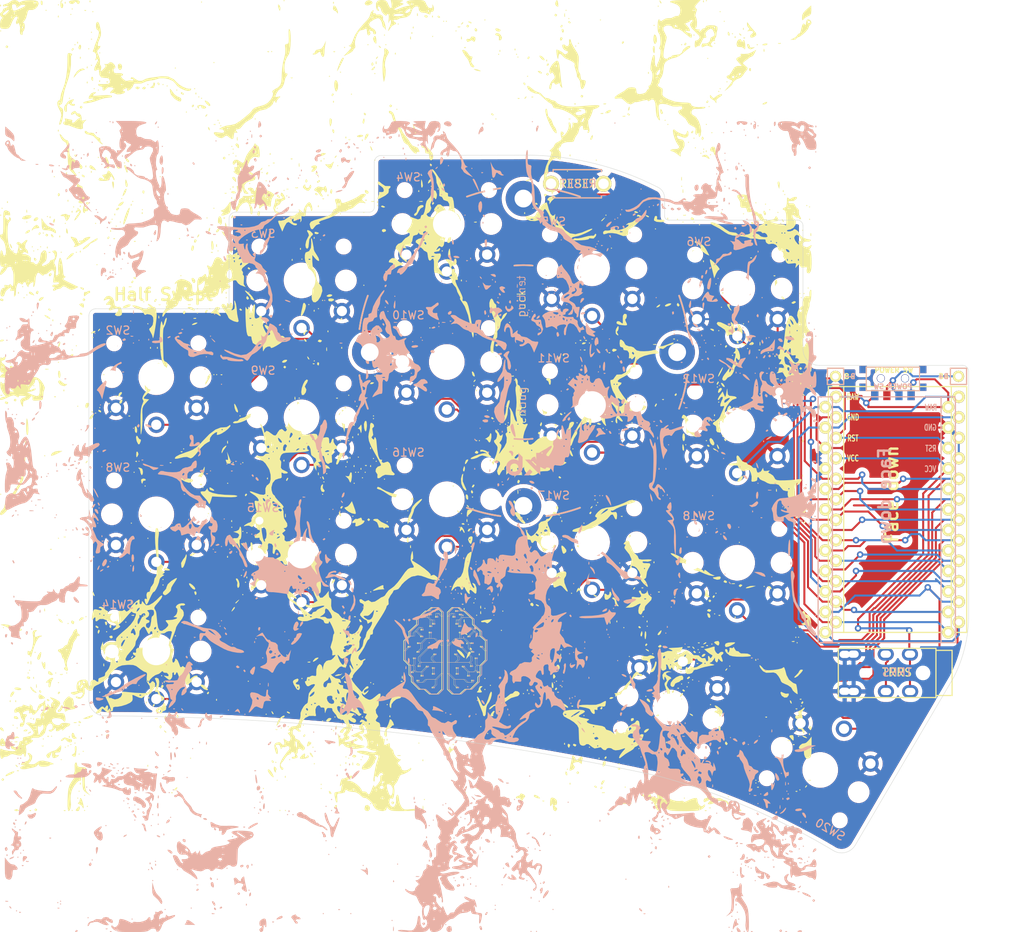
<source format=kicad_pcb>
(kicad_pcb (version 20211014) (generator pcbnew)

  (general
    (thickness 1.6)
  )

  (paper "A4")
  (layers
    (0 "F.Cu" signal)
    (31 "B.Cu" signal)
    (32 "B.Adhes" user "B.Adhesive")
    (33 "F.Adhes" user "F.Adhesive")
    (34 "B.Paste" user)
    (35 "F.Paste" user)
    (36 "B.SilkS" user "B.Silkscreen")
    (37 "F.SilkS" user "F.Silkscreen")
    (38 "B.Mask" user)
    (39 "F.Mask" user)
    (40 "Dwgs.User" user "User.Drawings")
    (41 "Cmts.User" user "User.Comments")
    (42 "Eco1.User" user "User.Eco1")
    (43 "Eco2.User" user "User.Eco2")
    (44 "Edge.Cuts" user)
    (45 "Margin" user)
    (46 "B.CrtYd" user "B.Courtyard")
    (47 "F.CrtYd" user "F.Courtyard")
    (48 "B.Fab" user)
    (49 "F.Fab" user)
  )

  (setup
    (pad_to_mask_clearance 0)
    (pcbplotparams
      (layerselection 0x00010fc_ffffffff)
      (disableapertmacros false)
      (usegerberextensions false)
      (usegerberattributes true)
      (usegerberadvancedattributes true)
      (creategerberjobfile true)
      (svguseinch false)
      (svgprecision 6)
      (excludeedgelayer true)
      (plotframeref false)
      (viasonmask false)
      (mode 1)
      (useauxorigin false)
      (hpglpennumber 1)
      (hpglpenspeed 20)
      (hpglpendiameter 15.000000)
      (dxfpolygonmode true)
      (dxfimperialunits true)
      (dxfusepcbnewfont true)
      (psnegative false)
      (psa4output false)
      (plotreference true)
      (plotvalue true)
      (plotinvisibletext false)
      (sketchpadsonfab false)
      (subtractmaskfromsilk false)
      (outputformat 1)
      (mirror false)
      (drillshape 0)
      (scaleselection 1)
      (outputdirectory "sweep2gerber")
    )
  )

  (net 0 "")
  (net 1 "gnd")
  (net 2 "vcc")
  (net 3 "Switch18")
  (net 4 "reset")
  (net 5 "Switch1")
  (net 6 "Switch2")
  (net 7 "Switch3")
  (net 8 "Switch4")
  (net 9 "Switch5")
  (net 10 "Switch6")
  (net 11 "Switch7")
  (net 12 "Switch8")
  (net 13 "Switch9")
  (net 14 "Switch10")
  (net 15 "Switch11")
  (net 16 "Switch12")
  (net 17 "Switch13")
  (net 18 "Switch14")
  (net 19 "Switch15")
  (net 20 "Switch16")
  (net 21 "Switch17")
  (net 22 "raw")
  (net 23 "BT+_r")
  (net 24 "Net-(SW_POWERR1-Pad1)")

  (footprint "kbd:1pin_conn" (layer "F.Cu") (at 126.492 45.974))

  (footprint "kbd:1pin_conn" (layer "F.Cu") (at 111.252 45.974))

  (footprint "Kailh:TRRS-PJ-DPB2" (layer "F.Cu") (at 123.698 82.75 -90))

  (footprint "kbd:ResetSW" (layer "F.Cu") (at 79.248 22.098))

  (footprint "Kailh:SW_PG1350_rev_DPB" (layer "F.Cu") (at 27.08 46.08))

  (footprint "Kailh:SW_PG1350_rev_DPB" (layer "F.Cu") (at 45.08 34.08))

  (footprint "Kailh:SW_PG1350_rev_DPB" (layer "F.Cu") (at 63.08 27.08))

  (footprint "Kailh:SW_PG1350_rev_DPB" (layer "F.Cu") (at 81.08 32.58))

  (footprint "Kailh:SW_PG1350_rev_DPB" (layer "F.Cu") (at 99.08 35.08))

  (footprint "Kailh:SW_PG1350_rev_DPB" (layer "F.Cu") (at 27.08 63.08))

  (footprint "Kailh:SW_PG1350_rev_DPB" (layer "F.Cu") (at 45.08 51.054))

  (footprint "Kailh:SW_PG1350_rev_DPB" (layer "F.Cu") (at 63.08 44.196))

  (footprint "Kailh:SW_PG1350_rev_DPB" (layer "F.Cu") (at 81.08 49.53))

  (footprint "Kailh:SW_PG1350_rev_DPB" (layer "F.Cu") (at 99.06 52.07))

  (footprint "Kailh:SW_PG1350_rev_DPB" (layer "F.Cu") (at 27.08 80.08))

  (footprint "Kailh:SW_PG1350_rev_DPB" (layer "F.Cu") (at 45.08 68.072))

  (footprint "Kailh:SW_PG1350_rev_DPB" (layer "F.Cu") (at 63.08 61.214))

  (footprint "Kailh:SW_PG1350_rev_DPB" (layer "F.Cu") (at 81.08 66.548))

  (footprint "Kailh:SW_PG1350_rev_DPB" (layer "F.Cu") (at 99.06 69.088))

  (footprint "Kailh:SW_PG1350_rev_DPB" (layer "F.Cu") (at 109.356 94.78 150))

  (footprint "Kailh:SW_PG1350_rev_DPB" (layer "F.Cu") (at 90.796 87.03 165))

  (footprint "kbd:ProMicro_v2" (layer "F.Cu") (at 118.872 62.992))

  (footprint "kbd:Tenting_Puck2" (layer "F.Cu") (at 72.58 42.98))

  (footprint "Kailh:SPDT_C128955r" (layer "F.Cu") (at 118.364 46.228))

  (footprint "Library:Marmor" (layer "F.Cu")
    (tedit 61F06806) (tstamp 11456346-f31f-44ba-982d-ed7e33ff5ef4)
    (at 58 49.6)
    (attr board_only exclude_from_pos_files exclude_from_bom)
    (fp_text reference "G***" (at -5.83 86.36) (layer "F.SilkS") hide
      (effects (font (size 1.524 1.524) (thickness 0.3)))
      (tstamp 33c0e5c5-a6b0-4e65-bc4b-2dccf09430ed)
    )
    (fp_text value "LOGO" (at -5.08 86.36) (layer "F.SilkS") hide
      (effects (font (size 1.524 1.524) (thickness 0.3)))
      (tstamp 39af7013-b5fc-44be-a397-bcae4e3a5424)
    )
    (fp_poly (pts
        (xy 24.75952 44.188321)
        (xy 24.77536 44.225428)
        (xy 24.73963 44.524585)
        (xy 24.622753 44.671497)
        (xy 24.433021 44.771266)
        (xy 24.377912 44.580975)
        (xy 24.377181 44.523551)
        (xy 24.44672 44.191061)
        (xy 24.601222 44.05906)
      ) (layer "F.SilkS") (width 0) (fill solid) (tstamp 001832cd-02e2-4ae1-8c5a-870988487586))
    (fp_poly (pts
        (xy -45.185869 30.60857)
        (xy -45.179918 30.713239)
        (xy -45.238401 31.141251)
        (xy -45.393056 31.45522)
        (xy -45.533674 31.536913)
        (xy -45.67371 31.401055)
        (xy -45.685906 31.31379)
        (xy -45.589608 31.01089)
        (xy -45.435623 30.759763)
        (xy -45.249924 30.546891)
      ) (layer "F.SilkS") (width 0) (fill solid) (tstamp 001b716e-98ec-48fd-bb9f-2a412bfdb234))
    (fp_poly (pts
        (xy -10.627053 -27.852015)
        (xy -10.654362 -27.786577)
        (xy -10.880186 -27.622472)
        (xy -10.930188 -27.616107)
        (xy -11.022611 -27.721139)
        (xy -10.995302 -27.786577)
        (xy -10.769478 -27.950683)
        (xy -10.719476 -27.957047)
      ) (layer "F.SilkS") (width 0) (fill solid) (tstamp 001f9849-6830-4365-9e14-ab1aff1c5f4e))
    (fp_poly (pts
        (xy -5.284564 38.61141)
        (xy -5.369799 38.696644)
        (xy -5.455033 38.61141)
        (xy -5.369799 38.526175)
      ) (layer "F.SilkS") (width 0) (fill solid) (tstamp 00509a9f-2b34-46d7-89f4-c4f71a2e061b))
    (fp_poly (pts
        (xy -50.118121 -23.610067)
        (xy -50.203356 -23.524832)
        (xy -50.28859 -23.610067)
        (xy -50.203356 -23.695302)
      ) (layer "F.SilkS") (width 0) (fill solid) (tstamp 006463ce-1528-4fb3-96d2-daf60edb8b40))
    (fp_poly (pts
        (xy -0.394959 33.550587)
        (xy -0.374637 33.817011)
        (xy -0.408417 33.877321)
        (xy -0.485898 33.826481)
        (xy -0.497951 33.65358)
        (xy -0.456319 33.471683)
      ) (layer "F.SilkS") (width 0) (fill solid) (tstamp 00a881d4-7f8f-425c-919b-1302f5ca6830))
    (fp_poly (pts
        (xy 6.932439 -15.626398)
        (xy 6.95284 -15.42409)
        (xy 6.932439 -15.399105)
        (xy 6.831094 -15.422505)
        (xy 6.818792 -15.512752)
        (xy 6.881164 -15.653068)
      ) (layer "F.SilkS") (width 0) (fill solid) (tstamp 00e8d5af-791d-4474-9735-43a409a9988c))
    (fp_poly (pts
        (xy 15.340328 -43.167438)
        (xy 15.342282 -43.128859)
        (xy 15.211233 -42.96494)
        (xy 15.161752 -42.958389)
        (xy 15.059941 -43.062825)
        (xy 15.086577 -43.128859)
        (xy 15.239763 -43.291484)
        (xy 15.267108 -43.299329)
      ) (layer "F.SilkS") (width 0) (fill solid) (tstamp 01363311-18ef-4d4f-8586-aaaa889d50de))
    (fp_poly (pts
        (xy 15.614693 -28.064251)
        (xy 15.427517 -27.957047)
        (xy 15.066099 -27.82921)
        (xy 14.879624 -27.81307)
        (xy 14.932392 -27.908626)
        (xy 15.001342 -27.957047)
        (xy 15.365252 -28.09839)
        (xy 15.512752 -28.112925)
      ) (layer "F.SilkS") (width 0) (fill solid) (tstamp 02233bd6-175b-4a2e-8a2e-01f56aaea63c))
    (fp_poly (pts
        (xy -20.285906 21.05302)
        (xy -20.371141 21.138255)
        (xy -20.456376 21.05302)
        (xy -20.371141 20.967785)
      ) (layer "F.SilkS") (width 0) (fill solid) (tstamp 023e7a1b-3b2f-4af7-83a7-bd825d050fe5))
    (fp_poly (pts
        (xy 50.061298 40.628635)
        (xy 50.0817 40.830943)
        (xy 50.061298 40.855929)
        (xy 49.959954 40.832528)
        (xy 49.947651 40.742282)
        (xy 50.010023 40.601966)
      ) (layer "F.SilkS") (width 0) (fill solid) (tstamp 027efe8c-5b22-4bb7-b42c-eb701b07e7df))
    (fp_poly (pts
        (xy 45.004027 -6.563087)
        (xy 44.918792 -6.477852)
        (xy 44.833557 -6.563087)
        (xy 44.918792 -6.648322)
      ) (layer "F.SilkS") (width 0) (fill solid) (tstamp 028abbeb-2473-4a29-ac5e-04cc2115f334))
    (fp_poly (pts
        (xy 50.113268 -47.79025)
        (xy 50.257089 -47.549663)
        (xy 50.237166 -47.322311)
        (xy 50.14879 -47.258769)
        (xy 49.966755 -47.053486)
        (xy 49.947651 -46.940614)
        (xy 49.82259 -46.669347)
        (xy 49.517205 -46.310772)
        (xy 49.136193 -45.96467)
        (xy 48.784251 -45.730823)
        (xy 48.631137 -45.685906)
        (xy 48.429825 -45.580176)
        (xy 48.413423 -45.515436)
        (xy 48.269366 -45.386588)
        (xy 48.029866 -45.355772)
        (xy 47.646309 -45.366577)
        (xy 48.033644 -45.522146)
        (xy 48.376045 -45.743566)
        (xy 48.520299 -45.936536)
        (xy 48.673647 -46.117506)
        (xy 48.757119 -46.110377)
        (xy 48.866795 -46.204538)
        (xy 48.977262 -46.542364)
        (xy 49.009945 -46.708)
        (xy 49.136658 -47.192173)
        (xy 49.291574 -47.385474)
        (xy 49.452306 -47.266179)
        (xy 49.493813 -47.177517)
        (xy 49.557906 -47.163247)
        (xy 49.593001 -47.424925)
        (xy 49.593253 -47.433221)
        (xy 49.625733 -47.561074)
        (xy 49.777181 -47.561074)
        (xy 49.906905 -47.395558)
        (xy 49.947651 -47.390604)
        (xy 50.113167 -47.520327)
        (xy 50.118121 -47.561074)
        (xy 49.988398 -47.72659)
        (xy 49.947651 -47.731544)
        (xy 49.782135 -47.60182)
        (xy 49.777181 -47.561074)
        (xy 49.625733 -47.561074)
        (xy 49.688353 -47.807567)
        (xy 49.867766 -47.902013)
      ) (layer "F.SilkS") (width 0) (fill solid) (tstamp 02cf9620-1c42-434c-986d-69b2efa71dc9))
    (fp_poly (pts
        (xy -2.557047 -45.941611)
        (xy -2.642282 -45.856376)
        (xy -2.727517 -45.941611)
        (xy -2.642282 -46.026846)
      ) (layer "F.SilkS") (width 0) (fill solid) (tstamp 0350a352-576f-4291-9764-e030baa4d0a8))
    (fp_poly (pts
        (xy -42.700813 42.188246)
        (xy -42.716505 42.543404)
        (xy -42.733759 42.639918)
        (xy -42.861127 42.963702)
        (xy -43.105568 43.012819)
        (xy -43.14488 43.003593)
        (xy -43.415997 43.026279)
        (xy -43.469799 43.188862)
        (xy -43.369834 43.377199)
        (xy -43.186129 43.350244)
        (xy -42.993896 43.328163)
        (xy -43.013003 43.420253)
        (xy -43.256599 43.608249)
        (xy -43.467142 43.688967)
        (xy -43.721515 43.69244)
        (xy -43.811956 43.462877)
        (xy -43.818427 43.325987)
        (xy -43.826116 42.873154)
        (xy -44.035469 43.363381)
        (xy -44.199334 43.680201)
        (xy -44.338335 43.714048)
        (xy -44.456936 43.598027)
        (xy -44.558934 43.38164)
        (xy -44.408501 43.17993)
        (xy -44.245891 43.065183)
        (xy -43.855543 42.862294)
        (xy -43.570697 42.78792)
        (xy -43.291105 42.659654)
        (xy -43.057211 42.414647)
        (xy -42.816504 42.14385)
      ) (layer "F.SilkS") (width 0) (fill solid) (tstamp 0354f18e-9b6a-4a0a-9019-34ea04017260))
    (fp_poly (pts
        (xy 24.888591 -6.904027)
        (xy 24.803356 -6.818792)
        (xy 24.718121 -6.904027)
        (xy 24.803356 -6.989262)
      ) (layer "F.SilkS") (width 0) (fill solid) (tstamp 03812c75-5bc4-48e7-bec2-eda34914cb0d))
    (fp_poly (pts
        (xy 39.769806 21.773579)
        (xy 39.804698 21.820134)
        (xy 39.766053 21.966074)
        (xy 39.644289 21.990604)
        (xy 39.41105 21.901602)
        (xy 39.378524 21.820134)
        (xy 39.500874 21.654544)
        (xy 39.538933 21.649665)
      ) (layer "F.SilkS") (width 0) (fill solid) (tstamp 03a4e2d6-27de-4b05-bfb3-1d9db06557dc))
    (fp_poly (pts
        (xy 1.982146 11.70042)
        (xy 1.69059 12.049397)
        (xy 1.538964 12.202797)
        (xy 1.219171 12.56542)
        (xy 1.040648 12.862384)
        (xy 1.027554 12.92244)
        (xy 0.960416 13.197229)
        (xy 0.799493 13.618191)
        (xy 0.594997 14.074818)
        (xy 0.397136 14.456601)
        (xy 0.256121 14.653035)
        (xy 0.237899 14.660403)
        (xy 0.204874 14.515141)
        (xy 0.249255 14.16004)
        (xy 0.26012 14.106376)
        (xy 0.384619 13.674865)
        (xy 0.524603 13.395668)
        (xy 0.529369 13.390403)
        (xy 0.658197 13.096997)
        (xy 0.684952 12.878993)
        (xy 0.81457 12.565472)
        (xy 1.145941 12.167146)
        (xy 1.366831 11.965878)
        (xy 1.805985 11.639003)
        (xy 2.01585 11.55707)
      ) (layer "F.SilkS") (width 0) (fill solid) (tstamp 03ce59cf-69dc-4275-b584-b81a812216a2))
    (fp_poly (pts
        (xy -49.257252 27.178623)
        (xy -48.847077 27.342337)
        (xy -48.829562 27.354981)
        (xy -48.403015 27.550022)
        (xy -48.029866 27.610686)
        (xy -47.689543 27.668152)
        (xy -47.561074 27.786577)
        (xy -47.704021 27.918234)
        (xy -48.055169 27.954014)
        (xy -48.497981 27.901887)
        (xy -48.915918 27.76982)
        (xy -49.069096 27.683464)
        (xy -49.551137 27.415649)
        (xy -49.916758 27.271942)
        (xy -50.192872 27.180528)
        (xy -50.180631 27.138635)
        (xy -49.855829 27.121573)
        (xy -49.767145 27.11935)
      ) (layer "F.SilkS") (width 0) (fill solid) (tstamp 03d31daf-540f-44df-83e2-e942eb674d43))
    (fp_poly (pts
        (xy 39.858189 -1.909837)
        (xy 39.865742 -1.747315)
        (xy 39.919697 -1.364212)
        (xy 40.101699 -1.215143)
        (xy 40.391282 -1.193288)
        (xy 40.784964 -1.14074)
        (xy 40.997987 -1.022819)
        (xy 40.958033 -0.877959)
        (xy 40.83045 -0.852349)
        (xy 40.467147 -0.715744)
        (xy 40.098853 -0.368317)
        (xy 39.781405 0.096355)
        (xy 39.570641 0.584694)
        (xy 39.5224 1.003119)
        (xy 39.607793 1.196686)
        (xy 39.713237 1.39507)
        (xy 39.591611 1.484508)
        (xy 39.415395 1.697745)
        (xy 39.366542 1.931991)
        (xy 39.339031 2.165716)
        (xy 39.263605 2.078732)
        (xy 39.23869 2.020747)
        (xy 39.099303 1.840168)
        (xy 38.930219 1.949003)
        (xy 38.826085 2.206478)
        (xy 38.901296 2.627764)
        (xy 38.942981 2.755214)
        (xy 39.049921 3.179767)
        (xy 38.96211 3.349642)
        (xy 38.650653 3.308039)
        (xy 38.586889 3.287576)
        (xy 38.464607 3.095785)
        (xy 38.478377 2.891885)
        (xy 38.43612 2.564053)
        (xy 38.28981 2.455645)
        (xy 38.041954 2.28736)
        (xy 38.120485 2.084747)
        (xy 38.426581 1.882852)
        (xy 38.769612 1.620347)
        (xy 38.930696 1.385255)
        (xy 39.063041 1.0452)
        (xy 39.261792 0.58818)
        (xy 39.282071 0.543784)
        (xy 39.43886 0.177182)
        (xy 39.436319 0.043156)
        (xy 39.264218 0.067672)
        (xy 39.218259 0.081996)
        (xy 38.989418 0.105146)
        (xy 38.96654 -0.094361)
        (xy 38.991098 -0.206084)
        (xy 39.048926 -0.36928)
        (xy 39.466067 -0.36928)
        (xy 39.632254 -0.386426)
        (xy 39.917583 -0.619745)
        (xy 39.964438 -0.670023)
        (xy 40.16073 -0.904557)
        (xy 40.111064 -0.953349)
        (xy 39.917416 -0.908929)
        (xy 39.592491 -0.729854)
        (xy 39.480901 -0.579846)
        (xy 39.466067 -0.36928)
        (xy 39.048926 -0.36928)
        (xy 39.131255 -0.601622)
        (xy 39.240953 -0.794555)
        (xy 39.293805 -1.027995)
        (xy 39.234194 -1.091898)
        (xy 39.046713 -1.05115)
        (xy 38.975562 -0.936605)
        (xy 38.788664 -0.711193)
        (xy 38.690387 -0.681879)
        (xy 38.657724 -0.800758)
        (xy 38.803914 -1.097773)
        (xy 38.885045 -1.218471)
        (xy 39.267132 -1.755062)
        (xy 39.438648 -1.346323)
        (xy 39.551159 -1.113498)
        (xy 39.623642 -1.132086)
        (xy 39.694527 -1.438636)
        (xy 39.725858 -1.619463)
        (xy 39.79952 -2.030132)
        (xy 39.837422 -2.121249)
      ) (layer "F.SilkS") (width 0) (fill solid) (tstamp 03d7e0b8-c984-4d3f-a223-165a4420796f))
    (fp_poly (pts
        (xy 38.717454 4.999027)
        (xy 38.830391 5.281503)
        (xy 38.818565 5.389937)
        (xy 38.702285 5.329161)
        (xy 38.632469 5.192739)
        (xy 38.535886 4.869047)
        (xy 38.575542 4.804466)
      ) (layer "F.SilkS") (width 0) (fill solid) (tstamp 0404c3f8-ebe5-42d1-b145-1f17511d456f))
    (fp_poly (pts
        (xy 21.474241 45.47469)
        (xy 21.479195 45.515436)
        (xy 21.349472 45.680952)
        (xy 21.308725 45.685906)
        (xy 21.143209 45.556183)
        (xy 21.138255 45.515436)
        (xy 21.267978 45.34992)
        (xy 21.308725 45.344967)
      ) (layer "F.SilkS") (width 0) (fill solid) (tstamp 04189d55-7a1e-4b1f-b2b2-8f7f34156288))
    (fp_poly (pts
        (xy 18.909217 -42.654655)
        (xy 19.022539 -42.287459)
        (xy 19.11441 -41.637607)
        (xy 19.184817 -40.912752)
        (xy 19.251647 -40.275546)
        (xy 19.323123 -39.770706)
        (xy 19.385203 -39.495096)
        (xy 19.392514 -39.480037)
        (xy 19.371824 -39.408269)
        (xy 19.289426 -39.44748)
        (xy 19.111909 -39.708969)
        (xy 19.092618 -39.835632)
        (xy 19.041794 -40.007307)
        (xy 18.852089 -39.902528)
        (xy 18.598485 -39.799482)
        (xy 18.501089 -39.881655)
        (xy 18.289781 -40.05867)
        (xy 18.123384 -39.936072)
        (xy 18.069799 -39.634228)
        (xy 18.005172 -39.313968)
        (xy 17.880849 -39.208054)
        (xy 17.768519 -39.350945)
        (xy 17.805949 -39.676846)
        (xy 18.005866 -40.123622)
        (xy 18.240876 -40.401342)
        (xy 18.452056 -40.622597)
        (xy 18.433734 -40.864028)
        (xy 18.321817 -41.083221)
        (xy 18.154074 -41.315716)
        (xy 18.07631 -41.295332)
        (xy 18.075839 -41.286248)
        (xy 17.976326 -41.144182)
        (xy 17.901709 -41.166985)
        (xy 17.775978 -41.420819)
        (xy 17.85718 -41.818822)
        (xy 18.02752 -42.10604)
        (xy 18.581208 -42.10604)
        (xy 18.64358 -41.965724)
        (xy 18.694855 -41.992394)
        (xy 18.715257 -42.194701)
        (xy 18.694855 -42.219687)
        (xy 18.593511 -42.196286)
        (xy 18.581208 -42.10604)
        (xy 18.02752 -42.10604)
        (xy 18.117558 -42.257857)
        (xy 18.229647 -42.385468)
        (xy 18.53386 -42.671144)
        (xy 18.753353 -42.771711)
      ) (layer "F.SilkS") (width 0) (fill solid) (tstamp 044cca1e-e6ff-4f84-9569-685fe5529bfc))
    (fp_poly (pts
        (xy 20.399553 -31.13915)
        (xy 20.419955 -30.936842)
        (xy 20.399553 -30.911857)
        (xy 20.298209 -30.935257)
        (xy 20.285906 -31.025503)
        (xy 20.348278 -31.165819)
      ) (layer "F.SilkS") (width 0) (fill solid) (tstamp 0473f921-6417-413b-8f67-d804255a013b))
    (fp_poly (pts
        (xy 40.855929 26.138703)
        (xy 40.87633 26.34101)
        (xy 40.855929 26.365996)
        (xy 40.754584 26.342595)
        (xy 40.742282 26.252349)
        (xy 40.804654 26.112033)
      ) (layer "F.SilkS") (width 0) (fill solid) (tstamp 0494ff85-7afd-402a-9b64-49d3e7bbf8c3))
    (fp_poly (pts
        (xy -31.934676 44.549441)
        (xy -31.914274 44.751749)
        (xy -31.934676 44.776734)
        (xy -32.03602 44.753334)
        (xy -32.048322 44.663087)
        (xy -31.98595 44.522771)
      ) (layer "F.SilkS") (width 0) (fill solid) (tstamp 04950fad-f766-4326-bc90-c150e0961624))
    (fp_poly (pts
        (xy 37.418164 22.969158)
        (xy 37.38793 23.115862)
        (xy 37.412351 23.421341)
        (xy 37.516196 23.532768)
        (xy 37.677388 23.696535)
        (xy 37.54505 23.765894)
        (xy 37.277752 23.734249)
        (xy 37.054334 23.571979)
        (xy 37.064664 23.410745)
        (xy 37.153103 23.090237)
        (xy 37.162416 22.999481)
        (xy 37.291814 22.846667)
        (xy 37.327536 22.842953)
      ) (layer "F.SilkS") (width 0) (fill solid) (tstamp 04d0dbd9-428b-4566-bf0a-6d295c34be74))
    (fp_poly (pts
        (xy -13.126174 -0.937584)
        (xy -13.211409 -0.852349)
        (xy -13.296644 -0.937584)
        (xy -13.211409 -1.022819)
      ) (layer "F.SilkS") (width 0) (fill solid) (tstamp 050a9340-88f8-4aa0-8685-51ecd1269b87))
    (fp_poly (pts
        (xy -40.816511 42.26383)
        (xy -40.803537 42.652079)
        (xy -40.815163 42.792946)
        (xy -40.876366 43.30391)
        (xy -40.957553 43.536554)
        (xy -41.098927 43.552896)
        (xy -41.253851 43.4697)
        (xy -41.401452 43.329262)
        (xy -41.233972 43.215812)
        (xy -41.207509 43.205492)
        (xy -40.996848 42.992616)
        (xy -41.013012 42.703509)
        (xy -41.021348 42.358732)
        (xy -40.929106 42.201383)
      ) (layer "F.SilkS") (width 0) (fill solid) (tstamp 0520f108-880d-4bdc-8fc0-e01e0f32b54c))
    (fp_poly (pts
        (xy 40.834056 29.388237)
        (xy 40.723093 29.503363)
        (xy 40.650626 29.554763)
        (xy 40.203529 29.799687)
        (xy 39.93255 29.905975)
        (xy 39.638845 29.942069)
        (xy 39.550667 29.757223)
        (xy 39.549877 29.71585)
        (xy 39.626908 29.507854)
        (xy 39.909134 29.400464)
        (xy 40.267952 29.364638)
        (xy 40.697719 29.349634)
      ) (layer "F.SilkS") (width 0) (fill solid) (tstamp 055630e2-ac78-4559-9a51-1f3046c67564))
    (fp_poly (pts
        (xy 37.252162 29.353728)
        (xy 37.201005 29.480536)
        (xy 37.041916 29.56555)
        (xy 36.842759 29.617451)
        (xy 36.924462 29.492573)
        (xy 36.946488 29.470122)
        (xy 37.169993 29.335471)
      ) (layer "F.SilkS") (width 0) (fill solid) (tstamp 055fdf4d-274e-4348-96bb-b846cf5a146d))
    (fp_poly (pts
        (xy 27.0461 -45.07006)
        (xy 27.019463 -45.004027)
        (xy 26.866278 -44.841401)
        (xy 26.838933 -44.833557)
        (xy 26.765713 -44.965448)
        (xy 26.763758 -45.004027)
        (xy 26.894808 -45.167946)
        (xy 26.944289 -45.174497)
      ) (layer "F.SilkS") (width 0) (fill solid) (tstamp 056f7c4b-3546-4b1f-a0af-260c7c1c0d3f))
    (fp_poly (pts
        (xy -50.004474 -1.306935)
        (xy -50.027875 -1.205591)
        (xy -50.118121 -1.193288)
        (xy -50.258437 -1.255661)
        (xy -50.231767 -1.306935)
        (xy -50.029459 -1.327337)
      ) (layer "F.SilkS") (width 0) (fill solid) (tstamp 0583d741-bd22-4f62-b247-5c517c961b05))
    (fp_poly (pts
        (xy 27.735781 48.806273)
        (xy 27.786577 48.995861)
        (xy 27.914155 49.261097)
        (xy 27.999665 49.311108)
        (xy 27.980356 49.354705)
        (xy 27.69119 49.382443)
        (xy 27.455745 49.387303)
        (xy 26.698738 49.38975)
        (xy 27.091073 49.072056)
        (xy 27.507296 48.798576)
      ) (layer "F.SilkS") (width 0) (fill solid) (tstamp 058bfab1-c4a8-4a94-9769-b9e1472687dc))
    (fp_poly (pts
        (xy 8.397188 12.724418)
        (xy 8.343504 12.924722)
        (xy 8.101794 13.239062)
        (xy 8.017501 13.325161)
        (xy 7.551029 13.779853)
        (xy 7.568468 13.30463)
        (xy 7.642031 12.96041)
        (xy 7.816198 12.917397)
        (xy 8.097459 12.876295)
        (xy 8.178446 12.791876)
        (xy 8.338989 12.680648)
      ) (layer "F.SilkS") (width 0) (fill solid) (tstamp 05db9b19-5ca2-4389-b281-84ec10e6ef11))
    (fp_poly (pts
        (xy -43.299329 33.156376)
        (xy -43.384564 33.241611)
        (xy -43.469799 33.156376)
        (xy -43.384564 33.071141)
      ) (layer "F.SilkS") (width 0) (fill solid) (tstamp 06284055-ce74-4287-8dd1-ece11c725dbd))
    (fp_poly (pts
        (xy -5.114094 -23.951007)
        (xy -5.199329 -23.865772)
        (xy -5.284564 -23.951007)
        (xy -5.199329 -24.036242)
      ) (layer "F.SilkS") (width 0) (fill solid) (tstamp 06376812-6c25-4c91-bf73-82d7fefc14e4))
    (fp_poly (pts
        (xy -13.691603 -1.054782)
        (xy -13.671281 -0.788358)
        (xy -13.705061 -0.728048)
        (xy -13.782542 -0.778889)
        (xy -13.794595 -0.95179)
        (xy -13.752963 -1.133687)
      ) (layer "F.SilkS") (width 0) (fill solid) (tstamp 0679a1ce-0348-47e0-81d0-bc8b755f1522))
    (fp_poly (pts
        (xy 40.230873 32.304027)
        (xy 40.145638 32.389262)
        (xy 40.060403 32.304027)
        (xy 40.145638 32.218792)
      ) (layer "F.SilkS") (width 0) (fill solid) (tstamp 068bafad-8fb7-4d81-a92b-423e46e83b43))
    (fp_poly (pts
        (xy -6.704372 8.334114)
        (xy -6.678448 8.709592)
        (xy -6.68585 8.850974)
        (xy -6.743401 9.282995)
        (xy -6.829917 9.526365)
        (xy -6.861409 9.546059)
        (xy -6.98283 9.412721)
        (xy -6.989262 9.352015)
        (xy -7.108646 9.098448)
        (xy -7.287584 8.911924)
        (xy -7.491334 8.732604)
        (xy -7.428655 8.717718)
        (xy -7.287584 8.759928)
        (xy -7.035019 8.7424)
        (xy -6.989262 8.613435)
        (xy -6.879804 8.323275)
        (xy -6.813702 8.26464)
      ) (layer "F.SilkS") (width 0) (fill solid) (tstamp 06eb9620-f282-4945-b262-acf0c5981a8f))
    (fp_poly (pts
        (xy 7.617122 14.11703)
        (xy 7.637444 14.383454)
        (xy 7.603663 14.443764)
        (xy 7.526183 14.392923)
        (xy 7.514129 14.220022)
        (xy 7.555762 14.038125)
      ) (layer "F.SilkS") (width 0) (fill solid) (tstamp 0710458e-5a7a-4d0b-8bd2-1799408ade13))
    (fp_poly (pts
        (xy -18.240268 20.541611)
        (xy -18.325503 20.626846)
        (xy -18.410738 20.541611)
        (xy -18.325503 20.456376)
      ) (layer "F.SilkS") (width 0) (fill solid) (tstamp 071c8fde-872c-4ea5-9ae9-bf1da05df711))
    (fp_poly (pts
        (xy 31.167371 47.691969)
        (xy 31.195973 47.754605)
        (xy 31.323923 47.819622)
        (xy 31.479643 47.782459)
        (xy 31.672058 47.758439)
        (xy 31.640052 47.873044)
        (xy 31.637556 48.049614)
        (xy 31.71556 48.072483)
        (xy 31.840932 48.195017)
        (xy 31.820989 48.315724)
        (xy 31.85641 48.615724)
        (xy 31.97322 48.762772)
        (xy 32.191872 48.856551)
        (xy 32.251602 48.650994)
        (xy 32.238979 48.541275)
        (xy 32.347502 48.417451)
        (xy 32.389262 48.413423)
        (xy 32.554926 48.527937)
        (xy 32.559732 48.563211)
        (xy 32.708927 48.751246)
        (xy 33.072711 48.920031)
        (xy 33.52538 49.029315)
        (xy 33.94123 49.038845)
        (xy 34.005416 49.02613)
        (xy 34.334369 49.001693)
        (xy 34.434899 49.095984)
        (xy 34.553263 49.155398)
        (xy 34.818456 49.034277)
        (xy 35.292927 48.807063)
        (xy 35.670805 48.68616)
        (xy 36.006692 48.645624)
        (xy 36.127174 48.792852)
        (xy 36.139597 49.000822)
        (xy 36.23121 49.332132)
        (xy 36.443931 49.587987)
        (xy 36.684585 49.696668)
        (xy 36.859997 49.586456)
        (xy 36.869622 49.562732)
        (xy 37.021369 49.450984)
        (xy 37.093914 49.490518)
        (xy 37.079746 49.675779)
        (xy 36.843087 49.936541)
        (xy 36.81893 49.955519)
        (xy 36.576741 50.102935)
        (xy 36.260887 50.199261)
        (xy 35.798687 50.254809)
        (xy 35.11746 50.279893)
        (xy 34.49839 50.2848)
        (xy 33.596475 50.274957)
        (xy 32.982273 50.237169)
        (xy 32.603265 50.16542)
        (xy 32.406931 50.053697)
        (xy 32.398765 50.044337)
        (xy 32.380728 50.032886)
        (xy 36.310067 50.032886)
        (xy 36.395302 50.118121)
        (xy 36.480537 50.032886)
        (xy 36.395302 49.947651)
        (xy 36.310067 50.032886)
        (xy 32.380728 50.032886)
        (xy 32.115923 49.864775)
        (xy 31.790928 49.839287)
        (xy 31.566781 49.963754)
        (xy 31.536913 50.069163)
        (xy 31.448222 50.267088)
        (xy 31.224092 50.18855)
        (xy 31.09586 50.063291)
        (xy 30.910648 49.736533)
        (xy 30.807432 49.436242)
        (xy 31.025503 49.436242)
        (xy 31.087876 49.576558)
        (xy 31.13915 49.549888)
        (xy 31.159552 49.34758)
        (xy 31.13915 49.322595)
        (xy 31.037806 49.345996)
        (xy 31.025503 49.436242)
        (xy 30.807432 49.436242)
        (xy 30.803695 49.42537)
        (xy 30.592198 49.070581)
        (xy 30.120312 48.792804)
        (xy 29.976384 48.73708)
        (xy 29.525652 48.536107)
        (xy 29.234742 48.33774)
        (xy 29.188456 48.272079)
        (xy 29.219425 48.155657)
        (xy 29.482385 48.208859)
        (xy 29.590327 48.248206)
        (xy 29.973565 48.34115)
        (xy 30.182612 48.231037)
        (xy 30.199018 48.206942)
        (xy 30.31101 48.109084)
        (xy 30.341014 48.295631)
        (xy 30.419172 48.501515)
        (xy 30.521561 48.494043)
        (xy 30.781868 48.498447)
        (xy 30.964108 48.603678)
        (xy 31.151136 48.719649)
        (xy 31.186843 48.573479)
        (xy 31.165681 48.405266)
        (xy 31.046729 48.10561)
        (xy 30.893604 48.029866)
        (xy 30.704602 47.937928)
        (xy 30.684564 47.84519)
        (xy 30.821623 47.644014)
        (xy 30.940269 47.617897)
      ) (layer "F.SilkS") (width 0) (fill solid) (tstamp 076ff36f-c249-448b-8f3a-01bbb93b3ee1))
    (fp_poly (pts
        (xy -26.50371 -12.180587)
        (xy -26.280905 -12.034501)
        (xy -26.130506 -11.825649)
        (xy -26.265461 -11.791396)
        (xy -26.677639 -11.932835)
        (xy -26.763758 -11.969657)
        (xy -27.038549 -12.10905)
        (xy -27.015733 -12.1889)
        (xy -26.871461 -12.230936)
      ) (layer "F.SilkS") (width 0) (fill solid) (tstamp 07711fe5-c02d-475c-890c-5246819c93e3))
    (fp_poly (pts
        (xy 2.007348 -27.866332)
        (xy 2.055852 -27.705428)
        (xy 2.120247 -27.250006)
        (xy 2.0412 -27.032072)
        (xy 1.931058 -27.054374)
        (xy 1.889033 -27.39753)
        (xy 1.88982 -27.539396)
        (xy 1.903326 -27.957144)
        (xy 1.934475 -28.058096)
      ) (layer "F.SilkS") (width 0) (fill solid) (tstamp 07954760-8fc4-403d-a42a-2453e5a78b57))
    (fp_poly (pts
        (xy -40.849147 -36.38989)
        (xy -40.84388 -36.376474)
        (xy -40.678608 -36.203745)
        (xy -40.581569 -36.218802)
        (xy -40.393405 -36.181602)
        (xy -40.231124 -35.93866)
        (xy -40.165264 -35.622237)
        (xy -40.188841 -35.482447)
        (xy -40.170192 -35.331564)
        (xy -39.905366 -35.361196)
        (xy -39.867484 -35.372225)
        (xy -39.592034 -35.444413)
        (xy -39.619741 -35.378005)
        (xy -39.788629 -35.245136)
        (xy -40.029893 -34.888121)
        (xy -40.017675 -34.630861)
        (xy -40.008277 -34.349072)
        (xy -40.241014 -34.270987)
        (xy -40.289449 -34.271102)
        (xy -40.699508 -34.343398)
        (xy -41.189675 -34.509378)
        (xy -41.214014 -34.519814)
        (xy -41.607812 -34.686839)
        (xy -41.842077 -34.758675)
        (xy -42.07019 -34.775507)
        (xy -42.191275 -34.775839)
        (xy -42.41488 -34.913081)
        (xy -42.44698 -35.041604)
        (xy -42.365203 -35.218662)
        (xy -42.278463 -35.20322)
        (xy -42.184532 -35.232189)
        (xy -42.222823 -35.393224)
        (xy -42.250908 -35.601696)
        (xy -42.042854 -35.574988)
        (xy -42.036458 -35.572548)
        (xy -41.642772 -35.471834)
        (xy -41.485393 -35.457718)
        (xy -41.316128 -35.376861)
        (xy -41.331646 -35.299027)
        (xy -41.373272 -35.09985)
        (xy -41.225927 -35.063135)
        (xy -41.00076 -35.189575)
        (xy -40.906171 -35.296379)
        (xy -40.617431 -35.561793)
        (xy -40.406327 -35.638993)
        (xy -40.326075 -35.692235)
        (xy -40.529195 -35.80397)
        (xy -40.82487 -35.994625)
        (xy -40.912752 -36.154977)
        (xy -40.976189 -36.263953)
        (xy -41.15328 -36.152193)
        (xy -41.393102 -36.050736)
        (xy -41.483193 -36.0972)
        (xy -41.431576 -36.287721)
        (xy -41.257824 -36.438394)
        (xy -40.990586 -36.544012)
      ) (layer "F.SilkS") (width 0) (fill solid) (tstamp 0799d54e-8daf-47ba-9270-764393ad0fa7))
    (fp_poly (pts
        (xy 19.248835 30.89159)
        (xy 19.236023 31.245019)
        (xy 19.177212 31.653787)
        (xy 19.085299 31.868394)
        (xy 19.062037 31.877852)
        (xy 19.001235 31.732415)
        (xy 19.026622 31.376947)
        (xy 19.036131 31.323826)
        (xy 19.143257 30.856051)
        (xy 19.218044 30.710441)
      ) (layer "F.SilkS") (width 0) (fill solid) (tstamp 07b45878-884e-4866-b419-2d62c2beed3d))
    (fp_poly (pts
        (xy -25.957578 -10.842589)
        (xy -26.008419 -10.765109)
        (xy -26.18132 -10.753055)
        (xy -26.363217 -10.794688)
        (xy -26.284312 -10.856048)
        (xy -26.017888 -10.87637)
      ) (layer "F.SilkS") (width 0) (fill solid) (tstamp 07db7f22-e9d4-4f29-9f85-bc83814788f3))
    (fp_poly (pts
        (xy -11.895184 -21.668062)
        (xy -11.752164 -21.555152)
        (xy -11.516277 -21.312316)
        (xy -11.530503 -21.156116)
        (xy -11.704628 -21.011871)
        (xy -11.949019 -20.629238)
        (xy -12.010372 -20.110931)
        (xy -12.061546 -19.625859)
        (xy -12.208051 -19.43517)
        (xy -12.227334 -19.433557)
        (xy -12.387883 -19.582203)
        (xy -12.444295 -19.907036)
        (xy -12.344039 -20.417423)
        (xy -12.173795 -20.766708)
        (xy -12.002763 -21.100457)
        (xy -12.072598 -21.353371)
        (xy -12.112852 -21.405402)
        (xy -12.252637 -21.672392)
        (xy -12.155248 -21.770256)
      ) (layer "F.SilkS") (width 0) (fill solid) (tstamp 07fdf468-19dd-47ad-a21e-0ee7b0ac062d))
    (fp_poly (pts
        (xy -18.856379 1.062742)
        (xy -18.751678 1.193289)
        (xy -18.891763 1.33951)
        (xy -19.039013 1.363758)
        (xy -19.370364 1.474399)
        (xy -19.680189 1.696175)
        (xy -19.98197 1.888991)
        (xy -20.396815 2.051005)
        (xy -20.833339 2.162919)
        (xy -21.200161 2.205432)
        (xy -21.405898 2.159247)
        (xy -21.402822 2.059978)
        (xy -21.157277 1.921265)
        (xy -21.049885 1.938017)
        (xy -20.803646 1.885444)
        (xy -20.731538 1.779169)
        (xy -20.502925 1.57331)
        (xy -20.312129 1.534228)
        (xy -19.930553 1.410198)
        (xy -19.774497 1.278524)
        (xy -19.504271 1.103365)
        (xy -19.152316 1.027611)
      ) (layer "F.SilkS") (width 0) (fill solid) (tstamp 0800fbbc-d96c-4d5a-b7a0-08fb9bc29558))
    (fp_poly (pts
        (xy -39.889933 42.873154)
        (xy -39.975168 42.958389)
        (xy -40.060403 42.873154)
        (xy -39.975168 42.78792)
      ) (layer "F.SilkS") (width 0) (fill solid) (tstamp 0812653a-f06a-4bc2-ad1c-93f1009d63a9))
    (fp_poly (pts
        (xy 38.867114 -0.426174)
        (xy 38.781879 -0.340939)
        (xy 38.696644 -0.426174)
        (xy 38.781879 -0.511409)
      ) (layer "F.SilkS") (width 0) (fill solid) (tstamp 0814817a-cb04-47b1-8ae0-878b1c4820b8))
    (fp_poly (pts
        (xy -10.398658 47.475839)
        (xy -10.483893 47.561074)
        (xy -10.569127 47.475839)
        (xy -10.483893 47.390604)
      ) (layer "F.SilkS") (width 0) (fill solid) (tstamp 0821f14b-d29c-4d59-b007-c0ebd9554832))
    (fp_poly (pts
        (xy -20.967785 -30.940268)
        (xy -21.05302 -30.855033)
        (xy -21.138255 -30.940268)
        (xy -21.05302 -31.025503)
      ) (layer "F.SilkS") (width 0) (fill solid) (tstamp 08574a21-a360-4f54-afee-4ba6777c6a73))
    (fp_poly (pts
        (xy 4.091275 -26.848993)
        (xy 4.00604 -26.763758)
        (xy 3.920805 -26.848993)
        (xy 4.00604 -26.934228)
      ) (layer "F.SilkS") (width 0) (fill solid) (tstamp 08792aac-e2c7-4607-989e-2005b300055e))
    (fp_poly (pts
        (xy -42.464019 37.224156)
        (xy -42.509731 37.454928)
        (xy -42.623447 37.685033)
        (xy -42.838873 37.946351)
        (xy -43.041609 38.008049)
        (xy -43.128859 37.844295)
        (xy -42.999136 37.678779)
        (xy -42.958389 37.673826)
        (xy -42.807152 37.535752)
        (xy -42.787919 37.418121)
        (xy -42.695871 37.191265)
        (xy -42.61745 37.162416)
      ) (layer "F.SilkS") (width 0) (fill solid) (tstamp 08b1de4c-7f19-48f2-a7bf-9e1148dc0d21))
    (fp_poly (pts
        (xy -10.455481 -30.457271)
        (xy -10.435079 -30.254963)
        (xy -10.455481 -30.229978)
        (xy -10.556825 -30.253378)
        (xy -10.569127 -30.343624)
        (xy -10.506755 -30.48394)
      ) (layer "F.SilkS") (width 0) (fill solid) (tstamp 08bc8c8e-25da-4952-abdc-d7cb9adbd079))
    (fp_poly (pts
        (xy -47.129966 5.61746)
        (xy -47.113673 6.089614)
        (xy -47.142564 6.52047)
        (xy -47.206745 7.275785)
        (xy -47.266465 8.056775)
        (xy -47.294015 8.4624)
        (xy -47.435155 9.254363)
        (xy -47.793762 9.981653)
        (xy -47.881114 10.112577)
        (xy -48.179224 10.59208)
        (xy -48.372394 10.99149)
        (xy -48.413423 11.153869)
        (xy -48.494969 11.388364)
        (xy -48.570348 11.421477)
        (xy -48.713087 11.568284)
        (xy -48.837124 11.92164)
        (xy -48.837839 11.924881)
        (xy -48.995405 12.346715)
        (xy -49.257279 12.778643)
        (xy -49.569795 13.165773)
        (xy -49.879287 13.453214)
        (xy -50.132088 13.586076)
        (xy -50.274533 13.509466)
        (xy -50.28859 13.40875)
        (xy -50.168073 13.104556)
        (xy -50.032886 12.955705)
        (xy -49.813515 12.687197)
        (xy -49.769492 12.551275)
        (xy -49.694894 12.273826)
        (xy -49.524965 11.866586)
        (xy -49.515918 11.847651)
        (xy -49.270032 11.336242)
        (xy -49.366682 11.890269)
        (xy -49.413664 12.311311)
        (xy -49.369361 12.426967)
        (xy -49.258795 12.252338)
        (xy -49.106989 11.802527)
        (xy -49.08423 11.719799)
        (xy -48.941063 11.259458)
        (xy -48.811151 10.958196)
        (xy -48.773744 10.910067)
        (xy -48.627059 10.729044)
        (xy -48.366789 10.348371)
        (xy -48.126081 9.972483)
        (xy -47.789259 9.337)
        (xy -47.586752 8.672028)
        (xy -47.474727 7.880389)
        (xy -47.431942 7.161544)
        (xy -47.455863 6.648697)
        (xy -47.523755 6.431396)
        (xy -47.597504 6.141122)
        (xy -47.524328 5.781298)
        (xy -47.352746 5.509825)
        (xy -47.223746 5.455034)
      ) (layer "F.SilkS") (width 0) (fill solid) (tstamp 08f4d1de-5efa-4b5a-89d4-27d4e3d5003f))
    (fp_poly (pts
        (xy 30.116331 -41.367338)
        (xy 30.136733 -41.16503)
        (xy 30.116331 -41.140045)
        (xy 30.014987 -41.163445)
        (xy 30.002685 -41.253691)
        (xy 30.065057 -41.394007)
      ) (layer "F.SilkS") (width 0) (fill solid) (tstamp 090b8d77-8ebc-4d00-955c-9d349d310a02))
    (fp_poly (pts
        (xy -5.795973 8.267785)
        (xy -5.881208 8.35302)
        (xy -5.966443 8.267785)
        (xy -5.881208 8.18255)
      ) (layer "F.SilkS") (width 0) (fill solid) (tstamp 093846bc-d244-42a4-8a4e-7eb8393700a7))
    (fp_poly (pts
        (xy 38.355705 25.826175)
        (xy 38.27047 25.91141)
        (xy 38.185235 25.826175)
        (xy 38.27047 25.74094)
      ) (layer "F.SilkS") (width 0) (fill solid) (tstamp 095614e9-e854-48f8-8c0c-1089fd6a5f83))
    (fp_poly (pts
        (xy 7.01638 15.130301)
        (xy 7.193586 15.412053)
        (xy 7.294608 15.688915)
        (xy 7.279838 15.790409)
        (xy 7.166175 15.724963)
        (xy 7.086386 15.567499)
        (xy 6.969976 15.368636)
        (xy 6.836835 15.484207)
        (xy 6.817168 15.51538)
        (xy 6.706947 15.633365)
        (xy 6.688096 15.443779)
        (xy 6.692145 15.38275)
        (xy 6.763402 15.083956)
        (xy 6.849071 15.001342)
      ) (layer "F.SilkS") (width 0) (fill solid) (tstamp 09776c3f-3110-4ad1-8f1d-dd5163cf4ad7))
    (fp_poly (pts
        (xy -41.253691 -49.180537)
        (xy -41.338926 -49.095302)
        (xy -41.424161 -49.180537)
        (xy -41.338926 -49.265772)
      ) (layer "F.SilkS") (width 0) (fill solid) (tstamp 09d9d159-e7e5-4278-a059-b8ae80e79591))
    (fp_poly (pts
        (xy -8.546467 49.55821)
        (xy -8.52349 49.671825)
        (xy -8.623513 49.966354)
        (xy -8.69396 50.032886)
        (xy -8.841452 49.996152)
        (xy -8.864429 49.882537)
        (xy -8.764407 49.588008)
        (xy -8.69396 49.521477)
      ) (layer "F.SilkS") (width 0) (fill solid) (tstamp 09e1f19f-c5b0-4ae6-9627-02a3a0eb9b88))
    (fp_poly (pts
        (xy -13.012528 -19.547203)
        (xy -12.992126 -19.344896)
        (xy -13.012528 -19.31991)
        (xy -13.113872 -19.343311)
        (xy -13.126174 -19.433557)
        (xy -13.063802 -19.573873)
      ) (layer "F.SilkS") (width 0) (fill solid) (tstamp 09e3def5-9e1f-4692-9432-1537989c8216))
    (fp_poly (pts
        (xy -17.558389 4.34698)
        (xy -17.643624 4.432215)
        (xy -17.728859 4.34698)
        (xy -17.643624 4.261745)
      ) (layer "F.SilkS") (width 0) (fill solid) (tstamp 09e5e894-8eac-4317-82a9-228c711303cd))
    (fp_poly (pts
        (xy -7.898434 -7.273378)
        (xy -7.878032 -7.07107)
        (xy -7.898434 -7.046085)
        (xy -7.999778 -7.069485)
        (xy -8.01208 -7.159731)
        (xy -7.949708 -7.300047)
      ) (layer "F.SilkS") (width 0) (fill solid) (tstamp 09f52496-2fe9-41be-a88e-c71d670eca6a))
    (fp_poly (pts
        (xy 20.626846 23.269128)
        (xy 20.541611 23.354363)
        (xy 20.456376 23.269128)
        (xy 20.541611 23.183893)
      ) (layer "F.SilkS") (width 0) (fill solid) (tstamp 09f873b0-1e4c-4443-a1f7-28a9b86638f3))
    (fp_poly (pts
        (xy 41.424161 16.961745)
        (xy 41.338926 17.04698)
        (xy 41.253691 16.961745)
        (xy 41.338926 16.87651)
      ) (layer "F.SilkS") (width 0) (fill solid) (tstamp 0a11976a-e8b0-4f42-ac40-dc8fd7ef64b9))
    (fp_poly (pts
        (xy -32.999631 -39.484923)
        (xy -32.985906 -39.378523)
        (xy -33.196005 -39.214699)
        (xy -33.241611 -39.208054)
        (xy -33.462375 -39.331472)
        (xy -33.497315 -39.378523)
        (xy -33.443775 -39.511466)
        (xy -33.241611 -39.548993)
      ) (layer "F.SilkS") (width 0) (fill solid) (tstamp 0a35f93b-64e0-4394-afde-33379fb279fb))
    (fp_poly (pts
        (xy -42.10604 -22.587248)
        (xy -42.191275 -22.502013)
        (xy -42.27651 -22.587248)
        (xy -42.191275 -22.672483)
      ) (layer "F.SilkS") (width 0) (fill solid) (tstamp 0a54f050-5936-4bf7-9896-d953cc885b82))
    (fp_poly (pts
        (xy -36.8783 -40.174049)
        (xy -36.9017 -40.072705)
        (xy -36.991946 -40.060403)
        (xy -37.132262 -40.122775)
        (xy -37.105593 -40.174049)
        (xy -36.903285 -40.194451)
      ) (layer "F.SilkS") (width 0) (fill solid) (tstamp 0a68ff2f-91d6-40d4-84fe-43a7072be43e))
    (fp_poly (pts
        (xy -41.597713 -43.690296)
        (xy -41.561769 -43.681068)
        (xy -41.34024 -43.584212)
        (xy -41.371904 -43.515629)
        (xy -41.490839 -43.309155)
        (xy -41.493003 -42.85931)
        (xy -41.489129 -42.82647)
        (xy -41.490015 -42.223921)
        (xy -41.592055 -41.455457)
        (xy -41.769665 -40.671672)
        (xy -41.944576 -40.145637)
        (xy -42.27901 -39.135417)
        (xy -42.46936 -38.165918)
        (xy -42.487492 -37.972489)
        (xy -42.569357 -37.539378)
        (xy -42.717358 -37.337764)
        (xy -42.745302 -37.333228)
        (xy -42.942286 -37.245149)
        (xy -42.892972 -37.061217)
        (xy -42.681271 -36.922083)
        (xy -42.51696 -36.785176)
        (xy -42.45844 -36.487488)
        (xy -42.486742 -35.956226)
        (xy -42.571166 -35.420428)
        (xy -42.693743 -35.017598)
        (xy -42.76386 -34.90218)
        (xy -42.932053 -34.808382)
        (xy -42.958389 -34.886777)
        (xy -42.905916 -35.161648)
        (xy -42.778971 -35.580466)
        (xy -42.772243 -35.599881)
        (xy -42.677958 -36.013913)
        (xy -42.760101 -36.379717)
        (xy -42.944738 -36.714153)
        (xy -43.152615 -37.18381)
        (xy -43.189238 -37.581655)
        (xy -43.18527 -37.58859)
        (xy -42.958389 -37.58859)
        (xy -42.873154 -37.503356)
        (xy -42.787919 -37.58859)
        (xy -42.873154 -37.673825)
        (xy -42.958389 -37.58859)
        (xy -43.18527 -37.58859)
        (xy -43.054977 -37.816298)
        (xy -42.940151 -37.844295)
        (xy -42.823038 -37.989459)
        (xy -42.787919 -38.244279)
        (xy -42.711511 -38.678672)
        (xy -42.527502 -39.166263)
        (xy -42.524996 -39.171306)
        (xy -42.274649 -39.865851)
        (xy -42.079512 -40.783962)
        (xy -41.958889 -41.810158)
        (xy -41.929992 -42.730744)
        (xy -41.931499 -43.304238)
        (xy -41.894968 -43.607979)
        (xy -41.792879 -43.71299)
      ) (layer "F.SilkS") (width 0) (fill solid) (tstamp 0a69bd53-b13b-4343-9783-3ea7b65296a1))
    (fp_poly (pts
        (xy 49.723698 47.159779)
        (xy 49.691946 47.220134)
        (xy 49.531327 47.382933)
        (xy 49.501355 47.390604)
        (xy 49.489725 47.28049)
        (xy 49.521477 47.220134)
        (xy 49.682096 47.057335)
        (xy 49.712068 47.049665)
      ) (layer "F.SilkS") (width 0) (fill solid) (tstamp 0a8d1068-92a1-4875-9dfd-e7d71d9cc384))
    (fp_poly (pts
        (xy -20.456376 1.278524)
        (xy -20.541611 1.363758)
        (xy -20.626846 1.278524)
        (xy -20.541611 1.193289)
      ) (layer "F.SilkS") (width 0) (fill solid) (tstamp 0ad166ae-40f9-4065-a571-5e4e48371164))
    (fp_poly (pts
        (xy 36.480537 -22.416778)
        (xy 36.395302 -22.331544)
        (xy 36.310067 -22.416778)
        (xy 36.395302 -22.502013)
      ) (layer "F.SilkS") (width 0) (fill solid) (tstamp 0b5c5f9f-e2f8-48dc-8e26-011046b41b79))
    (fp_poly (pts
        (xy -44.322148 36.395302)
        (xy -44.159522 36.548488)
        (xy -44.151678 36.575833)
        (xy -44.283569 36.649052)
        (xy -44.322148 36.651007)
        (xy -44.486067 36.519958)
        (xy -44.492617 36.470476)
        (xy -44.388181 36.368666)
      ) (layer "F.SilkS") (width 0) (fill solid) (tstamp 0b6d5f42-c5ea-4257-b4d8-95b0d2a56726))
    (fp_poly (pts
        (xy -33.806503 31.135618)
        (xy -33.838255 31.195973)
        (xy -33.998874 31.358772)
        (xy -34.028846 31.366443)
        (xy -34.040477 31.256328)
        (xy -34.008725 31.195973)
        (xy -33.848106 31.033174)
        (xy -33.818134 31.025503)
      ) (layer "F.SilkS") (width 0) (fill solid) (tstamp 0b855ef3-253c-4f54-b40f-84aa9010e630))
    (fp_poly (pts
        (xy -33.468904 -20.399552)
        (xy -33.492304 -20.298208)
        (xy -33.58255 -20.285906)
        (xy -33.722866 -20.348278)
        (xy -33.696197 -20.399552)
        (xy -33.493889 -20.419954)
      ) (layer "F.SilkS") (width 0) (fill solid) (tstamp 0bb40200-94d5-44cb-b727-0fbe2a74302e))
    (fp_poly (pts
        (xy 34.600094 1.190906)
        (xy 34.871215 1.498994)
        (xy 35.144569 2.01333)
        (xy 35.284541 2.37858)
        (xy 35.503391 2.924481)
        (xy 35.734096 3.346995)
        (xy 35.869282 3.505028)
        (xy 36.093744 3.717635)
        (xy 36.139597 3.811746)
        (xy 36.028463 3.916955)
        (xy 35.764681 3.835558)
        (xy 35.452684 3.604891)
        (xy 35.39498 3.545539)
        (xy 35.140726 3.323612)
        (xy 34.978239 3.36465)
        (xy 34.928798 3.431892)
        (xy 34.823481 3.492132)
        (xy 34.78018 3.229287)
        (xy 34.778449 3.132383)
        (xy 34.736254 2.452722)
        (xy 34.629436 1.930865)
        (xy 34.476819 1.633599)
        (xy 34.345782 1.597365)
        (xy 34.200243 1.552749)
        (xy 34.220063 1.344536)
        (xy 34.370084 1.126831)
      ) (layer "F.SilkS") (width 0) (fill solid) (tstamp 0bba2b38-e6ce-4472-a432-1d0907cd6d6a))
    (fp_poly (pts
        (xy -41.963628 -23.691218)
        (xy -41.801913 -23.597482)
        (xy -41.750541 -23.619065)
        (xy -41.608698 -23.630555)
        (xy -41.635714 -23.434521)
        (xy -41.81935 -23.112303)
        (xy -41.828733 -23.099372)
        (xy -42.013627 -22.88236)
        (xy -42.115594 -22.961554)
        (xy -42.180062 -23.148562)
        (xy -42.238141 -23.269127)
        (xy -42.10604 -23.269127)
        (xy -42.020805 -23.183893)
        (xy -41.93557 -23.269127)
        (xy -42.020805 -23.354362)
        (xy -42.10604 -23.269127)
        (xy -42.238141 -23.269127)
        (xy -42.316065 -23.430889)
        (xy -42.414751 -23.501182)
        (xy -42.740816 -23.498737)
        (xy -42.785598 -23.586228)
        (xy -42.532215 -23.706933)
        (xy -42.120841 -23.774543)
      ) (layer "F.SilkS") (width 0) (fill solid) (tstamp 0bcfd0c4-5843-42f1-a5e5-3d6aa0dafc95))
    (fp_poly (pts
        (xy -46.765548 31.764206)
        (xy -46.745146 31.966514)
        (xy -46.765548 31.991499)
        (xy -46.866892 31.968099)
        (xy -46.879195 31.877852)
        (xy -46.816822 31.737536)
      ) (layer "F.SilkS") (width 0) (fill solid) (tstamp 0bda7887-e53c-4d8c-ac6d-34cce2ee1ed8))
    (fp_poly (pts
        (xy 41.788802 8.803943)
        (xy 41.719698 9.047511)
        (xy 41.535636 9.295089)
        (xy 41.424161 9.375839)
        (xy 41.151344 9.463212)
        (xy 41.083222 9.394013)
        (xy 41.188397 9.170639)
        (xy 41.417683 8.892606)
        (xy 41.641714 8.708662)
        (xy 41.692042 8.69396)
      ) (layer "F.SilkS") (width 0) (fill solid) (tstamp 0bdc2f49-f5ce-4181-86f1-26fb7a5ef662))
    (fp_poly (pts
        (xy -38.014765 -30.769799)
        (xy -38.1 -30.684564)
        (xy -38.185235 -30.769799)
        (xy -38.1 -30.855033)
      ) (layer "F.SilkS") (width 0) (fill solid) (tstamp 0c32a56a-1c0d-4662-9cfd-5519b8618e91))
    (fp_poly (pts
        (xy -36.651007 -0.255705)
        (xy -36.736242 -0.17047)
        (xy -36.821476 -0.255705)
        (xy -36.736242 -0.340939)
      ) (layer "F.SilkS") (width 0) (fill solid) (tstamp 0c7bf5ee-7a20-4e25-ba25-d9c092bef58e))
    (fp_poly (pts
        (xy 38.867114 -9.290604)
        (xy 38.781879 -9.205369)
        (xy 38.696644 -9.290604)
        (xy 38.781879 -9.375839)
      ) (layer "F.SilkS") (width 0) (fill solid) (tstamp 0c8c126c-9059-4884-a16a-6fb2deb43749))
    (fp_poly (pts
        (xy -12.160179 23.240716)
        (xy -12.139777 23.443024)
        (xy -12.160179 23.468009)
        (xy -12.261523 23.444609)
        (xy -12.273825 23.354363)
        (xy -12.211453 23.214047)
      ) (layer "F.SilkS") (width 0) (fill solid) (tstamp 0cc3ce13-cc8e-4af7-adda-58cd73877ece))
    (fp_poly (pts
        (xy -12.413042 -8.219485)
        (xy -12.282796 -8.002499)
        (xy -12.299396 -7.929687)
        (xy -12.477503 -7.934963)
        (xy -12.501118 -7.955257)
        (xy -12.613511 -8.217692)
        (xy -12.614765 -8.245056)
        (xy -12.528276 -8.308438)
      ) (layer "F.SilkS") (width 0) (fill solid) (tstamp 0ccf7fc0-8f2c-4d6f-b8bc-70c3e3c46b09))
    (fp_poly (pts
        (xy 10.569128 38.952349)
        (xy 10.483893 39.037584)
        (xy 10.398658 38.952349)
        (xy 10.483893 38.867114)
      ) (layer "F.SilkS") (width 0) (fill solid) (tstamp 0d40fcab-9f7b-40cc-903e-a9404a0123e7))
    (fp_poly (pts
        (xy -6.193736 26.138703)
        (xy -6.217136 26.240047)
        (xy -6.307382 26.252349)
        (xy -6.447698 26.189977)
        (xy -6.421029 26.138703)
        (xy -6.218721 26.118301)
      ) (layer "F.SilkS") (width 0) (fill solid) (tstamp 0d41f3b5-6cb4-4a23-9915-2d0433bcf140))
    (fp_poly (pts
        (xy 15.853691 -24.462416)
        (xy 15.768456 -24.377181)
        (xy 15.683222 -24.462416)
        (xy 15.768456 -24.547651)
      ) (layer "F.SilkS") (width 0) (fill solid) (tstamp 0d920cd6-e538-4aaf-88b2-e6ca80a68077))
    (fp_poly (pts
        (xy 30.170802 36.445729)
        (xy 30.234801 36.565772)
        (xy 30.30112 36.7807)
        (xy 30.295657 36.808018)
        (xy 30.129032 36.742245)
        (xy 30.045302 36.708578)
        (xy 29.858875 36.539927)
        (xy 29.862402 36.359403)
        (xy 29.984446 36.310067)
      ) (layer "F.SilkS") (width 0) (fill solid) (tstamp 0dd0122c-3d23-4539-ac39-6a53d70254ba))
    (fp_poly (pts
        (xy 13.606393 11.904285)
        (xy 13.686977 12.103356)
        (xy 13.746048 12.393457)
        (xy 13.660346 12.389842)
        (xy 13.501208 12.239732)
        (xy 13.314855 11.961521)
        (xy 13.355586 11.78384)
        (xy 13.447232 11.762416)
      ) (layer "F.SilkS") (width 0) (fill solid) (tstamp 0e5b7727-8eff-4d7f-ae32-8dcad4d225eb))
    (fp_poly (pts
        (xy -39.248168 -0.308915)
        (xy -39.237036 -0.140221)
        (xy -39.311527 0.071293)
        (xy -39.495139 0.319126)
        (xy -39.664106 0.258591)
        (xy -39.719463 0)
        (xy -39.612873 -0.277659)
        (xy -39.463758 -0.340939)
      ) (layer "F.SilkS") (width 0) (fill solid) (tstamp 0e5f6f67-3b60-4df4-8b2c-4b53fae774ad))
    (fp_poly (pts
        (xy 19.263087 13.893289)
        (xy 19.177852 13.978524)
        (xy 19.092618 13.893289)
        (xy 19.177852 13.808054)
      ) (layer "F.SilkS") (width 0) (fill solid) (tstamp 0e753f69-ca79-4e95-a89c-5424692f3960))
    (fp_poly (pts
        (xy -14.835826 -4.813901)
        (xy -14.830872 -4.773154)
        (xy -14.960596 -4.607638)
        (xy -15.001342 -4.602684)
        (xy -15.166858 -4.732408)
        (xy -15.171812 -4.773154)
        (xy -15.042089 -4.93867)
        (xy -15.001342 -4.943624)
      ) (layer "F.SilkS") (width 0) (fill solid) (tstamp 0ef9519a-c256-4172-99fa-7fcca2ffa9f9))
    (fp_poly (pts
        (xy -49.15741 -24.066943)
        (xy -49.042387 -23.852306)
        (xy -49.025385 -23.597859)
        (xy -49.202446 -23.59491)
        (xy -49.208358 -23.597155)
        (xy -49.541351 -23.634513)
        (xy -49.686701 -23.485964)
        (xy -49.594116 -23.253951)
        (xy -49.369469 -23.066482)
        (xy -49.185254 -23.018226)
        (xy -49.151463 -23.127815)
        (xy -49.180537 -23.183893)
        (xy -49.167021 -23.340978)
        (xy -49.105363 -23.354362)
        (xy -48.946955 -23.235696)
        (xy -48.950998 -22.996178)
        (xy -49.110012 -22.810532)
        (xy -49.128946 -22.803327)
        (xy -49.261682 -22.596829)
        (xy -49.339729 -22.145251)
        (xy -49.365155 -21.539691)
        (xy -49.340026 -20.871253)
        (xy -49.266407 -20.231036)
        (xy -49.146364 -19.710142)
        (xy -49.053906 -19.494477)
        (xy -48.781625 -19.142421)
        (xy -48.481038 -18.9087)
        (xy -48.235391 -18.838822)
        (xy -48.12793 -18.978294)
        (xy -48.127689 -18.988154)
        (xy -48.077256 -19.291958)
        (xy -48.035211 -19.443618)
        (xy -47.902013 -19.443618)
        (xy -47.778267 -19.270025)
        (xy -47.731544 -19.263087)
        (xy -47.565506 -19.321249)
        (xy -47.561074 -19.338261)
        (xy -47.680528 -19.483803)
        (xy -47.731544 -19.518792)
        (xy -47.888629 -19.505276)
        (xy -47.902013 -19.443618)
        (xy -48.035211 -19.443618)
        (xy -48.002555 -19.561409)
        (xy -47.967443 -19.868741)
        (xy -48.060996 -19.944966)
        (xy -48.235712 -20.067909)
        (xy -48.242953 -20.115436)
        (xy -48.10488 -20.266673)
        (xy -47.987248 -20.285906)
        (xy -47.760676 -20.176929)
        (xy -47.731544 -20.083292)
        (xy -47.635816 -20.048504)
        (xy -47.402442 -20.23459)
        (xy -47.373463 -20.265033)
        (xy -47.094943 -20.502109)
        (xy -46.913567 -20.547111)
        (xy -46.909608 -20.543612)
        (xy -46.917436 -20.368393)
        (xy -46.969366 -20.319254)
        (xy -47.109715 -20.095518)
        (xy -47.175873 -19.772994)
        (xy -47.150781 -19.505579)
        (xy -47.067537 -19.433557)
        (xy -46.911102 -19.291402)
        (xy -46.827253 -19.082875)
        (xy -46.793183 -18.845857)
        (xy -46.922661 -18.889346)
        (xy -46.985066 -18.939274)
        (xy -47.244393 -19.059159)
        (xy -47.440446 -18.93477)
        (xy -47.550745 -18.775243)
        (xy -47.390604 -18.773196)
        (xy -47.053501 -18.733573)
        (xy -46.74315 -18.606591)
        (xy -46.460475 -18.352926)
        (xy -46.463091 -18.038069)
        (xy -46.493779 -17.795489)
        (xy -46.405364 -17.790869)
        (xy -46.172555 -17.766963)
        (xy -46.029232 -17.6465)
        (xy -45.833538 -17.486188)
        (xy -45.627867 -17.594209)
        (xy -45.562433 -17.657509)
        (xy -45.364137 -18.021673)
        (xy -45.304883 -18.377253)
        (xy -45.208084 -18.901759)
        (xy -45.116901 -19.007382)
        (xy -45.004027 -19.007382)
        (xy -44.918792 -18.922148)
        (xy -44.833557 -19.007382)
        (xy -44.918792 -19.092617)
        (xy -45.004027 -19.007382)
        (xy -45.116901 -19.007382)
        (xy -44.94152 -19.210537)
        (xy -44.727449 -19.263087)
        (xy -44.568731 -19.119022)
        (xy -44.492181 -18.77201)
        (xy -44.497131 -18.349829)
        (xy -44.582909 -17.980254)
        (xy -44.735142 -17.795563)
        (xy -45.014504 -17.563405)
        (xy -45.06996 -17.461982)
        (xy -45.087515 -17.319841)
        (xy -44.925367 -17.331438)
        (xy -44.614349 -17.452635)
        (xy -44.26073 -17.655621)
        (xy -44.107884 -17.852108)
        (xy -44.10906 -17.876801)
        (xy -44.004245 -18.032094)
        (xy -43.810738 -18.069799)
        (xy -43.540184 -18.1
... [3203358 chars truncated]
</source>
